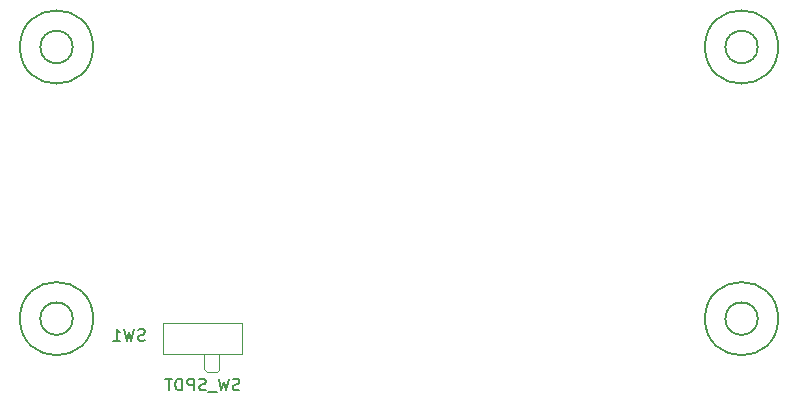
<source format=gbr>
G04 #@! TF.GenerationSoftware,KiCad,Pcbnew,(5.1.9)-1*
G04 #@! TF.CreationDate,2021-04-04T16:08:07-04:00*
G04 #@! TF.ProjectId,pi_zero_video_modulator,70695f7a-6572-46f5-9f76-6964656f5f6d,rev?*
G04 #@! TF.SameCoordinates,Original*
G04 #@! TF.FileFunction,Other,Fab,Bot*
%FSLAX46Y46*%
G04 Gerber Fmt 4.6, Leading zero omitted, Abs format (unit mm)*
G04 Created by KiCad (PCBNEW (5.1.9)-1) date 2021-04-04 16:08:07*
%MOMM*%
%LPD*%
G01*
G04 APERTURE LIST*
%ADD10C,0.100000*%
%ADD11C,0.150000*%
G04 APERTURE END LIST*
D10*
X29797200Y-54024800D02*
X29797200Y-55324800D01*
X29797200Y-55324800D02*
X29597200Y-55524800D01*
X29597200Y-55524800D02*
X28747200Y-55524800D01*
X28747200Y-55524800D02*
X28547200Y-55324800D01*
X28547200Y-55324800D02*
X28497200Y-55274800D01*
X28497200Y-55274800D02*
X28497200Y-53974800D01*
X31747200Y-51374800D02*
X31747200Y-53974800D01*
X31747200Y-53974800D02*
X25047200Y-53974800D01*
X25047200Y-53974800D02*
X25047200Y-51374800D01*
X25047200Y-51374800D02*
X31747200Y-51374800D01*
D11*
X17375000Y-51000000D02*
G75*
G03*
X17375000Y-51000000I-1375000J0D01*
G01*
X19100000Y-51000000D02*
G75*
G03*
X19100000Y-51000000I-3100000J0D01*
G01*
X75375000Y-28000000D02*
G75*
G03*
X75375000Y-28000000I-1375000J0D01*
G01*
X77100000Y-28000000D02*
G75*
G03*
X77100000Y-28000000I-3100000J0D01*
G01*
X75375000Y-51000000D02*
G75*
G03*
X75375000Y-51000000I-1375000J0D01*
G01*
X77100000Y-51000000D02*
G75*
G03*
X77100000Y-51000000I-3100000J0D01*
G01*
X17375000Y-28000000D02*
G75*
G03*
X17375000Y-28000000I-1375000J0D01*
G01*
X19100000Y-28000000D02*
G75*
G03*
X19100000Y-28000000I-3100000J0D01*
G01*
X31492438Y-57029561D02*
X31349580Y-57077180D01*
X31111485Y-57077180D01*
X31016247Y-57029561D01*
X30968628Y-56981942D01*
X30921009Y-56886704D01*
X30921009Y-56791466D01*
X30968628Y-56696228D01*
X31016247Y-56648609D01*
X31111485Y-56600990D01*
X31301961Y-56553371D01*
X31397200Y-56505752D01*
X31444819Y-56458133D01*
X31492438Y-56362895D01*
X31492438Y-56267657D01*
X31444819Y-56172419D01*
X31397200Y-56124800D01*
X31301961Y-56077180D01*
X31063866Y-56077180D01*
X30921009Y-56124800D01*
X30587676Y-56077180D02*
X30349580Y-57077180D01*
X30159104Y-56362895D01*
X29968628Y-57077180D01*
X29730533Y-56077180D01*
X29587676Y-57172419D02*
X28825771Y-57172419D01*
X28635295Y-57029561D02*
X28492438Y-57077180D01*
X28254342Y-57077180D01*
X28159104Y-57029561D01*
X28111485Y-56981942D01*
X28063866Y-56886704D01*
X28063866Y-56791466D01*
X28111485Y-56696228D01*
X28159104Y-56648609D01*
X28254342Y-56600990D01*
X28444819Y-56553371D01*
X28540057Y-56505752D01*
X28587676Y-56458133D01*
X28635295Y-56362895D01*
X28635295Y-56267657D01*
X28587676Y-56172419D01*
X28540057Y-56124800D01*
X28444819Y-56077180D01*
X28206723Y-56077180D01*
X28063866Y-56124800D01*
X27635295Y-57077180D02*
X27635295Y-56077180D01*
X27254342Y-56077180D01*
X27159104Y-56124800D01*
X27111485Y-56172419D01*
X27063866Y-56267657D01*
X27063866Y-56410514D01*
X27111485Y-56505752D01*
X27159104Y-56553371D01*
X27254342Y-56600990D01*
X27635295Y-56600990D01*
X26635295Y-57077180D02*
X26635295Y-56077180D01*
X26397200Y-56077180D01*
X26254342Y-56124800D01*
X26159104Y-56220038D01*
X26111485Y-56315276D01*
X26063866Y-56505752D01*
X26063866Y-56648609D01*
X26111485Y-56839085D01*
X26159104Y-56934323D01*
X26254342Y-57029561D01*
X26397200Y-57077180D01*
X26635295Y-57077180D01*
X25778152Y-56077180D02*
X25206723Y-56077180D01*
X25492438Y-57077180D02*
X25492438Y-56077180D01*
X23482133Y-52830361D02*
X23339276Y-52877980D01*
X23101180Y-52877980D01*
X23005942Y-52830361D01*
X22958323Y-52782742D01*
X22910704Y-52687504D01*
X22910704Y-52592266D01*
X22958323Y-52497028D01*
X23005942Y-52449409D01*
X23101180Y-52401790D01*
X23291657Y-52354171D01*
X23386895Y-52306552D01*
X23434514Y-52258933D01*
X23482133Y-52163695D01*
X23482133Y-52068457D01*
X23434514Y-51973219D01*
X23386895Y-51925600D01*
X23291657Y-51877980D01*
X23053561Y-51877980D01*
X22910704Y-51925600D01*
X22577371Y-51877980D02*
X22339276Y-52877980D01*
X22148800Y-52163695D01*
X21958323Y-52877980D01*
X21720228Y-51877980D01*
X20815466Y-52877980D02*
X21386895Y-52877980D01*
X21101180Y-52877980D02*
X21101180Y-51877980D01*
X21196419Y-52020838D01*
X21291657Y-52116076D01*
X21386895Y-52163695D01*
M02*

</source>
